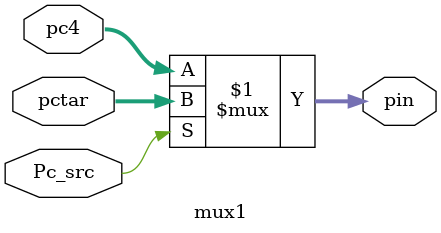
<source format=v>

`timescale 1ns / 1ps



module mux1(
   input [31:0] pc4,pctar,
   input Pc_src,
   output [31:0] pin);
   
   assign pin = (Pc_src)?pctar:pc4;
endmodule

</source>
